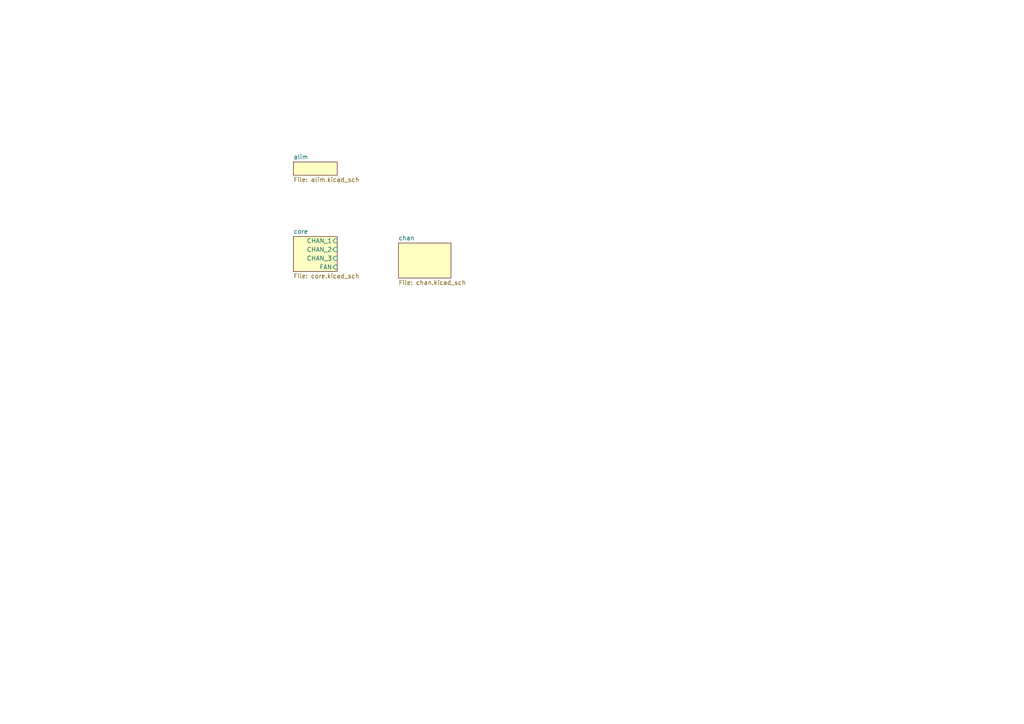
<source format=kicad_sch>
(kicad_sch
	(version 20231120)
	(generator "eeschema")
	(generator_version "8.0")
	(uuid "923bbe6b-84fc-4c9c-ba1b-9f61307feb8d")
	(paper "A4")
	(lib_symbols)
	(sheet
		(at 85.09 68.58)
		(size 12.7 10.16)
		(fields_autoplaced yes)
		(stroke
			(width 0.1524)
			(type solid)
			(color 72 0 0 1)
		)
		(fill
			(color 255 255 194 1.0000)
		)
		(uuid "4ce4c36d-148c-47d6-9616-54f576a18425")
		(property "Sheetname" "core"
			(at 85.09 67.8684 0)
			(effects
				(font
					(size 1.27 1.27)
				)
				(justify left bottom)
			)
		)
		(property "Sheetfile" "core.kicad_sch"
			(at 85.09 79.3246 0)
			(effects
				(font
					(size 1.27 1.27)
				)
				(justify left top)
			)
		)
		(pin "CHAN_1" input
			(at 97.79 69.85 0)
			(effects
				(font
					(size 1.27 1.27)
				)
				(justify right)
			)
			(uuid "8a396085-5099-47ae-918e-2f801e48631f")
		)
		(pin "FAN" input
			(at 97.79 77.47 0)
			(effects
				(font
					(size 1.27 1.27)
				)
				(justify right)
			)
			(uuid "678dfd4c-3672-4cf8-8031-bf398960f8d3")
		)
		(pin "CHAN_2" input
			(at 97.79 72.39 0)
			(effects
				(font
					(size 1.27 1.27)
				)
				(justify right)
			)
			(uuid "9c14ca2a-94c8-41e9-9b10-4feb8f4b762c")
		)
		(pin "CHAN_3" input
			(at 97.79 74.93 0)
			(effects
				(font
					(size 1.27 1.27)
				)
				(justify right)
			)
			(uuid "1294fabe-8375-4c6f-8bd2-8a8c7896f8e9")
		)
		(instances
			(project "Nautilus"
				(path "/923bbe6b-84fc-4c9c-ba1b-9f61307feb8d"
					(page "3")
				)
			)
		)
	)
	(sheet
		(at 85.09 46.99)
		(size 12.7 3.81)
		(fields_autoplaced yes)
		(stroke
			(width 0.1524)
			(type solid)
			(color 72 0 0 1)
		)
		(fill
			(color 255 255 194 1.0000)
		)
		(uuid "60401e2c-1b93-41a8-8dd3-382d53ee0f4f")
		(property "Sheetname" "alim"
			(at 85.09 46.2784 0)
			(effects
				(font
					(size 1.27 1.27)
				)
				(justify left bottom)
			)
		)
		(property "Sheetfile" "alim.kicad_sch"
			(at 85.09 51.3846 0)
			(effects
				(font
					(size 1.27 1.27)
				)
				(justify left top)
			)
		)
		(instances
			(project "Nautilus"
				(path "/923bbe6b-84fc-4c9c-ba1b-9f61307feb8d"
					(page "2")
				)
			)
		)
	)
	(sheet
		(at 115.57 70.485)
		(size 15.24 10.16)
		(fields_autoplaced yes)
		(stroke
			(width 0.1524)
			(type solid)
			(color 72 0 0 1)
		)
		(fill
			(color 255 255 194 1.0000)
		)
		(uuid "8f5d5482-a078-46e1-b2d3-6ce21fabb322")
		(property "Sheetname" "chan"
			(at 115.57 69.7734 0)
			(effects
				(font
					(size 1.27 1.27)
				)
				(justify left bottom)
			)
		)
		(property "Sheetfile" "chan.kicad_sch"
			(at 115.57 81.2296 0)
			(effects
				(font
					(size 1.27 1.27)
				)
				(justify left top)
			)
		)
		(instances
			(project "Nautilus"
				(path "/923bbe6b-84fc-4c9c-ba1b-9f61307feb8d"
					(page "4")
				)
			)
		)
	)
	(sheet_instances
		(path "/"
			(page "1")
		)
	)
)

</source>
